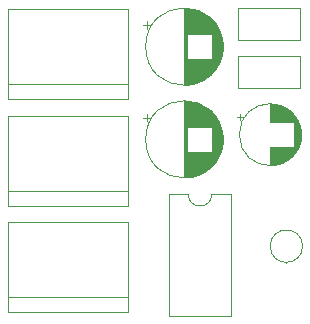
<source format=gbr>
%TF.GenerationSoftware,KiCad,Pcbnew,9.0.2*%
%TF.CreationDate,2025-12-19T01:31:03+05:30*%
%TF.ProjectId,assignment,61737369-676e-46d6-956e-742e6b696361,rev?*%
%TF.SameCoordinates,Original*%
%TF.FileFunction,Legend,Top*%
%TF.FilePolarity,Positive*%
%FSLAX46Y46*%
G04 Gerber Fmt 4.6, Leading zero omitted, Abs format (unit mm)*
G04 Created by KiCad (PCBNEW 9.0.2) date 2025-12-19 01:31:03*
%MOMM*%
%LPD*%
G01*
G04 APERTURE LIST*
%ADD10C,0.120000*%
G04 APERTURE END LIST*
D10*
%TO.C,C3*%
X137335000Y-77535000D02*
X137835000Y-77535000D01*
X137585000Y-77285000D02*
X137585000Y-77785000D01*
X140139775Y-76430000D02*
X140139775Y-77970000D01*
X140139775Y-80050000D02*
X140139775Y-81590000D01*
X140179775Y-76430000D02*
X140179775Y-77970000D01*
X140179775Y-80050000D02*
X140179775Y-81590000D01*
X140219775Y-76431000D02*
X140219775Y-77970000D01*
X140219775Y-80050000D02*
X140219775Y-81589000D01*
X140259775Y-76433000D02*
X140259775Y-77970000D01*
X140259775Y-80050000D02*
X140259775Y-81587000D01*
X140299775Y-76435000D02*
X140299775Y-77970000D01*
X140299775Y-80050000D02*
X140299775Y-81585000D01*
X140339775Y-76438000D02*
X140339775Y-77970000D01*
X140339775Y-80050000D02*
X140339775Y-81582000D01*
X140379775Y-76441000D02*
X140379775Y-77970000D01*
X140379775Y-80050000D02*
X140379775Y-81579000D01*
X140419775Y-76445000D02*
X140419775Y-77970000D01*
X140419775Y-80050000D02*
X140419775Y-81575000D01*
X140459775Y-76450000D02*
X140459775Y-77970000D01*
X140459775Y-80050000D02*
X140459775Y-81570000D01*
X140499775Y-76455000D02*
X140499775Y-77970000D01*
X140499775Y-80050000D02*
X140499775Y-81565000D01*
X140539775Y-76461000D02*
X140539775Y-77970000D01*
X140539775Y-80050000D02*
X140539775Y-81559000D01*
X140579775Y-76467000D02*
X140579775Y-77970000D01*
X140579775Y-80050000D02*
X140579775Y-81553000D01*
X140619775Y-76474000D02*
X140619775Y-77970000D01*
X140619775Y-80050000D02*
X140619775Y-81546000D01*
X140659775Y-76482000D02*
X140659775Y-77970000D01*
X140659775Y-80050000D02*
X140659775Y-81538000D01*
X140699775Y-76491000D02*
X140699775Y-77970000D01*
X140699775Y-80050000D02*
X140699775Y-81529000D01*
X140739775Y-76500000D02*
X140739775Y-77970000D01*
X140739775Y-80050000D02*
X140739775Y-81520000D01*
X140779775Y-76509000D02*
X140779775Y-77970000D01*
X140779775Y-80050000D02*
X140779775Y-81511000D01*
X140819775Y-76520000D02*
X140819775Y-77970000D01*
X140819775Y-80050000D02*
X140819775Y-81500000D01*
X140859775Y-76531000D02*
X140859775Y-77970000D01*
X140859775Y-80050000D02*
X140859775Y-81489000D01*
X140899775Y-76543000D02*
X140899775Y-77970000D01*
X140899775Y-80050000D02*
X140899775Y-81477000D01*
X140939775Y-76555000D02*
X140939775Y-77970000D01*
X140939775Y-80050000D02*
X140939775Y-81465000D01*
X140979775Y-76568000D02*
X140979775Y-77970000D01*
X140979775Y-80050000D02*
X140979775Y-81452000D01*
X141019775Y-76582000D02*
X141019775Y-77970000D01*
X141019775Y-80050000D02*
X141019775Y-81438000D01*
X141059775Y-76597000D02*
X141059775Y-77970000D01*
X141059775Y-80050000D02*
X141059775Y-81423000D01*
X141099775Y-76612000D02*
X141099775Y-77970000D01*
X141099775Y-80050000D02*
X141099775Y-81408000D01*
X141139775Y-76628000D02*
X141139775Y-77970000D01*
X141139775Y-80050000D02*
X141139775Y-81392000D01*
X141179775Y-76645000D02*
X141179775Y-77970000D01*
X141179775Y-80050000D02*
X141179775Y-81375000D01*
X141219775Y-76663000D02*
X141219775Y-77970000D01*
X141219775Y-80050000D02*
X141219775Y-81357000D01*
X141259775Y-76681000D02*
X141259775Y-77970000D01*
X141259775Y-80050000D02*
X141259775Y-81339000D01*
X141299775Y-76701000D02*
X141299775Y-77970000D01*
X141299775Y-80050000D02*
X141299775Y-81319000D01*
X141339775Y-76721000D02*
X141339775Y-77970000D01*
X141339775Y-80050000D02*
X141339775Y-81299000D01*
X141379775Y-76742000D02*
X141379775Y-77970000D01*
X141379775Y-80050000D02*
X141379775Y-81278000D01*
X141419775Y-76764000D02*
X141419775Y-77970000D01*
X141419775Y-80050000D02*
X141419775Y-81256000D01*
X141459775Y-76787000D02*
X141459775Y-77970000D01*
X141459775Y-80050000D02*
X141459775Y-81233000D01*
X141499775Y-76811000D02*
X141499775Y-77970000D01*
X141499775Y-80050000D02*
X141499775Y-81209000D01*
X141539775Y-76835000D02*
X141539775Y-77970000D01*
X141539775Y-80050000D02*
X141539775Y-81185000D01*
X141579775Y-76861000D02*
X141579775Y-77970000D01*
X141579775Y-80050000D02*
X141579775Y-81159000D01*
X141619775Y-76888000D02*
X141619775Y-77970000D01*
X141619775Y-80050000D02*
X141619775Y-81132000D01*
X141659775Y-76916000D02*
X141659775Y-77970000D01*
X141659775Y-80050000D02*
X141659775Y-81104000D01*
X141699775Y-76945000D02*
X141699775Y-77970000D01*
X141699775Y-80050000D02*
X141699775Y-81075000D01*
X141739775Y-76975000D02*
X141739775Y-77970000D01*
X141739775Y-80050000D02*
X141739775Y-81045000D01*
X141779775Y-77007000D02*
X141779775Y-77970000D01*
X141779775Y-80050000D02*
X141779775Y-81013000D01*
X141819775Y-77040000D02*
X141819775Y-77970000D01*
X141819775Y-80050000D02*
X141819775Y-80980000D01*
X141859775Y-77074000D02*
X141859775Y-77970000D01*
X141859775Y-80050000D02*
X141859775Y-80946000D01*
X141899775Y-77109000D02*
X141899775Y-77970000D01*
X141899775Y-80050000D02*
X141899775Y-80911000D01*
X141939775Y-77146000D02*
X141939775Y-77970000D01*
X141939775Y-80050000D02*
X141939775Y-80874000D01*
X141979775Y-77185000D02*
X141979775Y-77970000D01*
X141979775Y-80050000D02*
X141979775Y-80835000D01*
X142019775Y-77225000D02*
X142019775Y-77970000D01*
X142019775Y-80050000D02*
X142019775Y-80795000D01*
X142059775Y-77267000D02*
X142059775Y-77970000D01*
X142059775Y-80050000D02*
X142059775Y-80753000D01*
X142099775Y-77311000D02*
X142099775Y-77970000D01*
X142099775Y-80050000D02*
X142099775Y-80709000D01*
X142139775Y-77358000D02*
X142139775Y-77970000D01*
X142139775Y-80050000D02*
X142139775Y-80662000D01*
X142179775Y-77406000D02*
X142179775Y-80614000D01*
X142219775Y-77457000D02*
X142219775Y-80563000D01*
X142259775Y-77511000D02*
X142259775Y-80509000D01*
X142299775Y-77567000D02*
X142299775Y-80453000D01*
X142339775Y-77627000D02*
X142339775Y-80393000D01*
X142379775Y-77691000D02*
X142379775Y-80329000D01*
X142419775Y-77759000D02*
X142419775Y-80261000D01*
X142459775Y-77833000D02*
X142459775Y-80187000D01*
X142499775Y-77912000D02*
X142499775Y-80108000D01*
X142539775Y-77999000D02*
X142539775Y-80021000D01*
X142579775Y-78096000D02*
X142579775Y-79924000D01*
X142619775Y-78205000D02*
X142619775Y-79815000D01*
X142659775Y-78333000D02*
X142659775Y-79687000D01*
X142699775Y-78493000D02*
X142699775Y-79527000D01*
X142739775Y-78727000D02*
X142739775Y-79293000D01*
X142759775Y-79010000D02*
G75*
G02*
X137519775Y-79010000I-2620000J0D01*
G01*
X137519775Y-79010000D02*
G75*
G02*
X142759775Y-79010000I2620000J0D01*
G01*
%TO.C,J2*%
X117940000Y-77400000D02*
X117940000Y-85020000D01*
X117940000Y-85020000D02*
X128100000Y-85020000D01*
X128100000Y-77400000D02*
X117940000Y-77400000D01*
X128100000Y-83750000D02*
X117940000Y-83750000D01*
X128100000Y-85020000D02*
X128100000Y-77400000D01*
%TO.C,U1*%
X131540000Y-84050000D02*
X131540000Y-94330000D01*
X131540000Y-94330000D02*
X136840000Y-94330000D01*
X133190000Y-84050000D02*
X131540000Y-84050000D01*
X136840000Y-84050000D02*
X135190000Y-84050000D01*
X136840000Y-94330000D02*
X136840000Y-84050000D01*
X135190000Y-84050000D02*
G75*
G02*
X133190000Y-84050000I-1000000J0D01*
G01*
%TO.C,C1*%
X137430000Y-68290000D02*
X137430000Y-71030000D01*
X137430000Y-68290000D02*
X142670000Y-68290000D01*
X137430000Y-71030000D02*
X142670000Y-71030000D01*
X142670000Y-68290000D02*
X142670000Y-71030000D01*
%TO.C,R1*%
X141500000Y-89825000D02*
X141500000Y-89895000D01*
X142870000Y-88455000D02*
G75*
G02*
X140130000Y-88455000I-1370000J0D01*
G01*
X140130000Y-88455000D02*
G75*
G02*
X142870000Y-88455000I1370000J0D01*
G01*
%TO.C,C4*%
X129355000Y-69721000D02*
X129985000Y-69721000D01*
X129670000Y-69406000D02*
X129670000Y-70036000D01*
X132855241Y-68330000D02*
X132855241Y-74790000D01*
X132895241Y-68330000D02*
X132895241Y-74790000D01*
X132935241Y-68331000D02*
X132935241Y-74789000D01*
X132975241Y-68332000D02*
X132975241Y-74788000D01*
X133015241Y-68334000D02*
X133015241Y-74786000D01*
X133055241Y-68336000D02*
X133055241Y-74784000D01*
X133095241Y-68339000D02*
X133095241Y-70520000D01*
X133095241Y-72600000D02*
X133095241Y-74781000D01*
X133135241Y-68342000D02*
X133135241Y-70520000D01*
X133135241Y-72600000D02*
X133135241Y-74778000D01*
X133175241Y-68346000D02*
X133175241Y-70520000D01*
X133175241Y-72600000D02*
X133175241Y-74774000D01*
X133215241Y-68350000D02*
X133215241Y-70520000D01*
X133215241Y-72600000D02*
X133215241Y-74770000D01*
X133255241Y-68355000D02*
X133255241Y-70520000D01*
X133255241Y-72600000D02*
X133255241Y-74765000D01*
X133295241Y-68360000D02*
X133295241Y-70520000D01*
X133295241Y-72600000D02*
X133295241Y-74760000D01*
X133335241Y-68365000D02*
X133335241Y-70520000D01*
X133335241Y-72600000D02*
X133335241Y-74755000D01*
X133375241Y-68372000D02*
X133375241Y-70520000D01*
X133375241Y-72600000D02*
X133375241Y-74748000D01*
X133415241Y-68378000D02*
X133415241Y-70520000D01*
X133415241Y-72600000D02*
X133415241Y-74742000D01*
X133455241Y-68386000D02*
X133455241Y-70520000D01*
X133455241Y-72600000D02*
X133455241Y-74734000D01*
X133495241Y-68393000D02*
X133495241Y-70520000D01*
X133495241Y-72600000D02*
X133495241Y-74727000D01*
X133535241Y-68401000D02*
X133535241Y-70520000D01*
X133535241Y-72600000D02*
X133535241Y-74719000D01*
X133575241Y-68410000D02*
X133575241Y-70520000D01*
X133575241Y-72600000D02*
X133575241Y-74710000D01*
X133615241Y-68420000D02*
X133615241Y-70520000D01*
X133615241Y-72600000D02*
X133615241Y-74700000D01*
X133655241Y-68429000D02*
X133655241Y-70520000D01*
X133655241Y-72600000D02*
X133655241Y-74691000D01*
X133695241Y-68440000D02*
X133695241Y-70520000D01*
X133695241Y-72600000D02*
X133695241Y-74680000D01*
X133735241Y-68451000D02*
X133735241Y-70520000D01*
X133735241Y-72600000D02*
X133735241Y-74669000D01*
X133775241Y-68462000D02*
X133775241Y-70520000D01*
X133775241Y-72600000D02*
X133775241Y-74658000D01*
X133815241Y-68474000D02*
X133815241Y-70520000D01*
X133815241Y-72600000D02*
X133815241Y-74646000D01*
X133855241Y-68487000D02*
X133855241Y-70520000D01*
X133855241Y-72600000D02*
X133855241Y-74633000D01*
X133895241Y-68500000D02*
X133895241Y-70520000D01*
X133895241Y-72600000D02*
X133895241Y-74620000D01*
X133935241Y-68513000D02*
X133935241Y-70520000D01*
X133935241Y-72600000D02*
X133935241Y-74607000D01*
X133975241Y-68528000D02*
X133975241Y-70520000D01*
X133975241Y-72600000D02*
X133975241Y-74592000D01*
X134015241Y-68543000D02*
X134015241Y-70520000D01*
X134015241Y-72600000D02*
X134015241Y-74577000D01*
X134055241Y-68558000D02*
X134055241Y-70520000D01*
X134055241Y-72600000D02*
X134055241Y-74562000D01*
X134095241Y-68574000D02*
X134095241Y-70520000D01*
X134095241Y-72600000D02*
X134095241Y-74546000D01*
X134135241Y-68591000D02*
X134135241Y-70520000D01*
X134135241Y-72600000D02*
X134135241Y-74529000D01*
X134175241Y-68608000D02*
X134175241Y-70520000D01*
X134175241Y-72600000D02*
X134175241Y-74512000D01*
X134215241Y-68626000D02*
X134215241Y-70520000D01*
X134215241Y-72600000D02*
X134215241Y-74494000D01*
X134255241Y-68645000D02*
X134255241Y-70520000D01*
X134255241Y-72600000D02*
X134255241Y-74475000D01*
X134295241Y-68664000D02*
X134295241Y-70520000D01*
X134295241Y-72600000D02*
X134295241Y-74456000D01*
X134335241Y-68684000D02*
X134335241Y-70520000D01*
X134335241Y-72600000D02*
X134335241Y-74436000D01*
X134375241Y-68705000D02*
X134375241Y-70520000D01*
X134375241Y-72600000D02*
X134375241Y-74415000D01*
X134415241Y-68726000D02*
X134415241Y-70520000D01*
X134415241Y-72600000D02*
X134415241Y-74394000D01*
X134455241Y-68748000D02*
X134455241Y-70520000D01*
X134455241Y-72600000D02*
X134455241Y-74372000D01*
X134495241Y-68771000D02*
X134495241Y-70520000D01*
X134495241Y-72600000D02*
X134495241Y-74349000D01*
X134535241Y-68795000D02*
X134535241Y-70520000D01*
X134535241Y-72600000D02*
X134535241Y-74325000D01*
X134575241Y-68819000D02*
X134575241Y-70520000D01*
X134575241Y-72600000D02*
X134575241Y-74301000D01*
X134615241Y-68844000D02*
X134615241Y-70520000D01*
X134615241Y-72600000D02*
X134615241Y-74276000D01*
X134655241Y-68870000D02*
X134655241Y-70520000D01*
X134655241Y-72600000D02*
X134655241Y-74250000D01*
X134695241Y-68897000D02*
X134695241Y-70520000D01*
X134695241Y-72600000D02*
X134695241Y-74223000D01*
X134735241Y-68924000D02*
X134735241Y-70520000D01*
X134735241Y-72600000D02*
X134735241Y-74196000D01*
X134775241Y-68953000D02*
X134775241Y-70520000D01*
X134775241Y-72600000D02*
X134775241Y-74167000D01*
X134815241Y-68983000D02*
X134815241Y-70520000D01*
X134815241Y-72600000D02*
X134815241Y-74137000D01*
X134855241Y-69013000D02*
X134855241Y-70520000D01*
X134855241Y-72600000D02*
X134855241Y-74107000D01*
X134895241Y-69044000D02*
X134895241Y-70520000D01*
X134895241Y-72600000D02*
X134895241Y-74076000D01*
X134935241Y-69077000D02*
X134935241Y-70520000D01*
X134935241Y-72600000D02*
X134935241Y-74043000D01*
X134975241Y-69110000D02*
X134975241Y-70520000D01*
X134975241Y-72600000D02*
X134975241Y-74010000D01*
X135015241Y-69145000D02*
X135015241Y-70520000D01*
X135015241Y-72600000D02*
X135015241Y-73975000D01*
X135055241Y-69181000D02*
X135055241Y-70520000D01*
X135055241Y-72600000D02*
X135055241Y-73939000D01*
X135095241Y-69218000D02*
X135095241Y-70520000D01*
X135095241Y-72600000D02*
X135095241Y-73902000D01*
X135135241Y-69256000D02*
X135135241Y-70520000D01*
X135135241Y-72600000D02*
X135135241Y-73864000D01*
X135175241Y-69296000D02*
X135175241Y-73824000D01*
X135215241Y-69337000D02*
X135215241Y-73783000D01*
X135255241Y-69379000D02*
X135255241Y-73741000D01*
X135295241Y-69423000D02*
X135295241Y-73697000D01*
X135335241Y-69469000D02*
X135335241Y-73651000D01*
X135375241Y-69516000D02*
X135375241Y-73604000D01*
X135415241Y-69565000D02*
X135415241Y-73555000D01*
X135455241Y-69617000D02*
X135455241Y-73503000D01*
X135495241Y-69670000D02*
X135495241Y-73450000D01*
X135535241Y-69726000D02*
X135535241Y-73394000D01*
X135575241Y-69785000D02*
X135575241Y-73335000D01*
X135615241Y-69846000D02*
X135615241Y-73274000D01*
X135655241Y-69911000D02*
X135655241Y-73209000D01*
X135695241Y-69979000D02*
X135695241Y-73141000D01*
X135735241Y-70051000D02*
X135735241Y-73069000D01*
X135775241Y-70128000D02*
X135775241Y-72992000D01*
X135815241Y-70210000D02*
X135815241Y-72910000D01*
X135855241Y-70299000D02*
X135855241Y-72821000D01*
X135895241Y-70395000D02*
X135895241Y-72725000D01*
X135935241Y-70502000D02*
X135935241Y-72618000D01*
X135975241Y-70621000D02*
X135975241Y-72499000D01*
X136015241Y-70759000D02*
X136015241Y-72361000D01*
X136055241Y-70927000D02*
X136055241Y-72193000D01*
X136095241Y-71158000D02*
X136095241Y-71962000D01*
X136125241Y-71560000D02*
G75*
G02*
X129585241Y-71560000I-3270000J0D01*
G01*
X129585241Y-71560000D02*
G75*
G02*
X136125241Y-71560000I3270000J0D01*
G01*
%TO.C,C5*%
X129355000Y-77571000D02*
X129985000Y-77571000D01*
X129670000Y-77256000D02*
X129670000Y-77886000D01*
X132855241Y-76180000D02*
X132855241Y-82640000D01*
X132895241Y-76180000D02*
X132895241Y-82640000D01*
X132935241Y-76181000D02*
X132935241Y-82639000D01*
X132975241Y-76182000D02*
X132975241Y-82638000D01*
X133015241Y-76184000D02*
X133015241Y-82636000D01*
X133055241Y-76186000D02*
X133055241Y-82634000D01*
X133095241Y-76189000D02*
X133095241Y-78370000D01*
X133095241Y-80450000D02*
X133095241Y-82631000D01*
X133135241Y-76192000D02*
X133135241Y-78370000D01*
X133135241Y-80450000D02*
X133135241Y-82628000D01*
X133175241Y-76196000D02*
X133175241Y-78370000D01*
X133175241Y-80450000D02*
X133175241Y-82624000D01*
X133215241Y-76200000D02*
X133215241Y-78370000D01*
X133215241Y-80450000D02*
X133215241Y-82620000D01*
X133255241Y-76205000D02*
X133255241Y-78370000D01*
X133255241Y-80450000D02*
X133255241Y-82615000D01*
X133295241Y-76210000D02*
X133295241Y-78370000D01*
X133295241Y-80450000D02*
X133295241Y-82610000D01*
X133335241Y-76215000D02*
X133335241Y-78370000D01*
X133335241Y-80450000D02*
X133335241Y-82605000D01*
X133375241Y-76222000D02*
X133375241Y-78370000D01*
X133375241Y-80450000D02*
X133375241Y-82598000D01*
X133415241Y-76228000D02*
X133415241Y-78370000D01*
X133415241Y-80450000D02*
X133415241Y-82592000D01*
X133455241Y-76236000D02*
X133455241Y-78370000D01*
X133455241Y-80450000D02*
X133455241Y-82584000D01*
X133495241Y-76243000D02*
X133495241Y-78370000D01*
X133495241Y-80450000D02*
X133495241Y-82577000D01*
X133535241Y-76251000D02*
X133535241Y-78370000D01*
X133535241Y-80450000D02*
X133535241Y-82569000D01*
X133575241Y-76260000D02*
X133575241Y-78370000D01*
X133575241Y-80450000D02*
X133575241Y-82560000D01*
X133615241Y-76270000D02*
X133615241Y-78370000D01*
X133615241Y-80450000D02*
X133615241Y-82550000D01*
X133655241Y-76279000D02*
X133655241Y-78370000D01*
X133655241Y-80450000D02*
X133655241Y-82541000D01*
X133695241Y-76290000D02*
X133695241Y-78370000D01*
X133695241Y-80450000D02*
X133695241Y-82530000D01*
X133735241Y-76301000D02*
X133735241Y-78370000D01*
X133735241Y-80450000D02*
X133735241Y-82519000D01*
X133775241Y-76312000D02*
X133775241Y-78370000D01*
X133775241Y-80450000D02*
X133775241Y-82508000D01*
X133815241Y-76324000D02*
X133815241Y-78370000D01*
X133815241Y-80450000D02*
X133815241Y-82496000D01*
X133855241Y-76337000D02*
X133855241Y-78370000D01*
X133855241Y-80450000D02*
X133855241Y-82483000D01*
X133895241Y-76350000D02*
X133895241Y-78370000D01*
X133895241Y-80450000D02*
X133895241Y-82470000D01*
X133935241Y-76363000D02*
X133935241Y-78370000D01*
X133935241Y-80450000D02*
X133935241Y-82457000D01*
X133975241Y-76378000D02*
X133975241Y-78370000D01*
X133975241Y-80450000D02*
X133975241Y-82442000D01*
X134015241Y-76393000D02*
X134015241Y-78370000D01*
X134015241Y-80450000D02*
X134015241Y-82427000D01*
X134055241Y-76408000D02*
X134055241Y-78370000D01*
X134055241Y-80450000D02*
X134055241Y-82412000D01*
X134095241Y-76424000D02*
X134095241Y-78370000D01*
X134095241Y-80450000D02*
X134095241Y-82396000D01*
X134135241Y-76441000D02*
X134135241Y-78370000D01*
X134135241Y-80450000D02*
X134135241Y-82379000D01*
X134175241Y-76458000D02*
X134175241Y-78370000D01*
X134175241Y-80450000D02*
X134175241Y-82362000D01*
X134215241Y-76476000D02*
X134215241Y-78370000D01*
X134215241Y-80450000D02*
X134215241Y-82344000D01*
X134255241Y-76495000D02*
X134255241Y-78370000D01*
X134255241Y-80450000D02*
X134255241Y-82325000D01*
X134295241Y-76514000D02*
X134295241Y-78370000D01*
X134295241Y-80450000D02*
X134295241Y-82306000D01*
X134335241Y-76534000D02*
X134335241Y-78370000D01*
X134335241Y-80450000D02*
X134335241Y-82286000D01*
X134375241Y-76555000D02*
X134375241Y-78370000D01*
X134375241Y-80450000D02*
X134375241Y-82265000D01*
X134415241Y-76576000D02*
X134415241Y-78370000D01*
X134415241Y-80450000D02*
X134415241Y-82244000D01*
X134455241Y-76598000D02*
X134455241Y-78370000D01*
X134455241Y-80450000D02*
X134455241Y-82222000D01*
X134495241Y-76621000D02*
X134495241Y-78370000D01*
X134495241Y-80450000D02*
X134495241Y-82199000D01*
X134535241Y-76645000D02*
X134535241Y-78370000D01*
X134535241Y-80450000D02*
X134535241Y-82175000D01*
X134575241Y-76669000D02*
X134575241Y-78370000D01*
X134575241Y-80450000D02*
X134575241Y-82151000D01*
X134615241Y-76694000D02*
X134615241Y-78370000D01*
X134615241Y-80450000D02*
X134615241Y-82126000D01*
X134655241Y-76720000D02*
X134655241Y-78370000D01*
X134655241Y-80450000D02*
X134655241Y-82100000D01*
X134695241Y-76747000D02*
X134695241Y-78370000D01*
X134695241Y-80450000D02*
X134695241Y-82073000D01*
X134735241Y-76774000D02*
X134735241Y-78370000D01*
X134735241Y-80450000D02*
X134735241Y-82046000D01*
X134775241Y-76803000D02*
X134775241Y-78370000D01*
X134775241Y-80450000D02*
X134775241Y-82017000D01*
X134815241Y-76833000D02*
X134815241Y-78370000D01*
X134815241Y-80450000D02*
X134815241Y-81987000D01*
X134855241Y-76863000D02*
X134855241Y-78370000D01*
X134855241Y-80450000D02*
X134855241Y-81957000D01*
X134895241Y-76894000D02*
X134895241Y-78370000D01*
X134895241Y-80450000D02*
X134895241Y-81926000D01*
X134935241Y-76927000D02*
X134935241Y-78370000D01*
X134935241Y-80450000D02*
X134935241Y-81893000D01*
X134975241Y-76960000D02*
X134975241Y-78370000D01*
X134975241Y-80450000D02*
X134975241Y-81860000D01*
X135015241Y-76995000D02*
X135015241Y-78370000D01*
X135015241Y-80450000D02*
X135015241Y-81825000D01*
X135055241Y-77031000D02*
X135055241Y-78370000D01*
X135055241Y-80450000D02*
X135055241Y-81789000D01*
X135095241Y-77068000D02*
X135095241Y-78370000D01*
X135095241Y-80450000D02*
X135095241Y-81752000D01*
X135135241Y-77106000D02*
X135135241Y-78370000D01*
X135135241Y-80450000D02*
X135135241Y-81714000D01*
X135175241Y-77146000D02*
X135175241Y-81674000D01*
X135215241Y-77187000D02*
X135215241Y-81633000D01*
X135255241Y-77229000D02*
X135255241Y-81591000D01*
X135295241Y-77273000D02*
X135295241Y-81547000D01*
X135335241Y-77319000D02*
X135335241Y-81501000D01*
X135375241Y-77366000D02*
X135375241Y-81454000D01*
X135415241Y-77415000D02*
X135415241Y-81405000D01*
X135455241Y-77467000D02*
X135455241Y-81353000D01*
X135495241Y-77520000D02*
X135495241Y-81300000D01*
X135535241Y-77576000D02*
X135535241Y-81244000D01*
X135575241Y-77635000D02*
X135575241Y-81185000D01*
X135615241Y-77696000D02*
X135615241Y-81124000D01*
X135655241Y-77761000D02*
X135655241Y-81059000D01*
X135695241Y-77829000D02*
X135695241Y-80991000D01*
X135735241Y-77901000D02*
X135735241Y-80919000D01*
X135775241Y-77978000D02*
X135775241Y-80842000D01*
X135815241Y-78060000D02*
X135815241Y-80760000D01*
X135855241Y-78149000D02*
X135855241Y-80671000D01*
X135895241Y-78245000D02*
X135895241Y-80575000D01*
X135935241Y-78352000D02*
X135935241Y-80468000D01*
X135975241Y-78471000D02*
X135975241Y-80349000D01*
X136015241Y-78609000D02*
X136015241Y-80211000D01*
X136055241Y-78777000D02*
X136055241Y-80043000D01*
X136095241Y-79008000D02*
X136095241Y-79812000D01*
X136125241Y-79410000D02*
G75*
G02*
X129585241Y-79410000I-3270000J0D01*
G01*
X129585241Y-79410000D02*
G75*
G02*
X136125241Y-79410000I3270000J0D01*
G01*
%TO.C,C2*%
X137430000Y-72340000D02*
X137430000Y-75080000D01*
X137430000Y-72340000D02*
X142670000Y-72340000D01*
X137430000Y-75080000D02*
X142670000Y-75080000D01*
X142670000Y-72340000D02*
X142670000Y-75080000D01*
%TO.C,J1*%
X117940000Y-68350000D02*
X117940000Y-75970000D01*
X117940000Y-75970000D02*
X128100000Y-75970000D01*
X128100000Y-68350000D02*
X117940000Y-68350000D01*
X128100000Y-74700000D02*
X117940000Y-74700000D01*
X128100000Y-75970000D02*
X128100000Y-68350000D01*
%TO.C,J3*%
X117940000Y-86450000D02*
X117940000Y-94070000D01*
X117940000Y-94070000D02*
X128100000Y-94070000D01*
X128100000Y-86450000D02*
X117940000Y-86450000D01*
X128100000Y-92800000D02*
X117940000Y-92800000D01*
X128100000Y-94070000D02*
X128100000Y-86450000D01*
%TD*%
M02*

</source>
